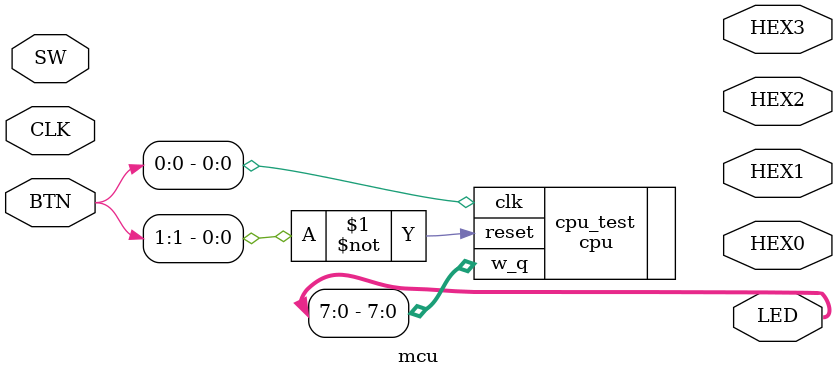
<source format=sv>


module mcu(

	//////////// CLOCK //////////
	input CLK,

	//////////// 7-segment decoder //////////
	output [6:0] HEX0,
	output [6:0] HEX1,
	output [6:0] HEX2,
	output [6:0] HEX3,
	
	//////////// LED /////////////
	output [9:0] LED,
	
	//////////// SWITCH //////////
	input [9:0] SW,
	
	//////////// BUTTON //////////
	input [2:0] BTN
	
);
//*******************************//

// add module here
cpu cpu_test(
		.clk(BTN[0]),
		.reset(~BTN[1]),
		.w_q(LED[7:0])
	);



//*******************************//

endmodule

</source>
